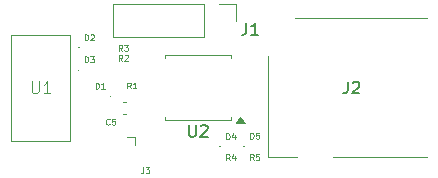
<source format=gbr>
%TF.GenerationSoftware,KiCad,Pcbnew,9.0.6*%
%TF.CreationDate,2025-12-12T19:26:19-08:00*%
%TF.ProjectId,iambic-controller-board,69616d62-6963-42d6-936f-6e74726f6c6c,1.0*%
%TF.SameCoordinates,Original*%
%TF.FileFunction,Legend,Top*%
%TF.FilePolarity,Positive*%
%FSLAX46Y46*%
G04 Gerber Fmt 4.6, Leading zero omitted, Abs format (unit mm)*
G04 Created by KiCad (PCBNEW 9.0.6) date 2025-12-12 19:26:19*
%MOMM*%
%LPD*%
G01*
G04 APERTURE LIST*
%ADD10C,0.100000*%
%ADD11C,0.150000*%
%ADD12C,0.120000*%
G04 APERTURE END LIST*
D10*
X148316666Y-103078490D02*
X148292857Y-103102300D01*
X148292857Y-103102300D02*
X148221428Y-103126109D01*
X148221428Y-103126109D02*
X148173809Y-103126109D01*
X148173809Y-103126109D02*
X148102381Y-103102300D01*
X148102381Y-103102300D02*
X148054762Y-103054680D01*
X148054762Y-103054680D02*
X148030952Y-103007061D01*
X148030952Y-103007061D02*
X148007143Y-102911823D01*
X148007143Y-102911823D02*
X148007143Y-102840395D01*
X148007143Y-102840395D02*
X148030952Y-102745157D01*
X148030952Y-102745157D02*
X148054762Y-102697538D01*
X148054762Y-102697538D02*
X148102381Y-102649919D01*
X148102381Y-102649919D02*
X148173809Y-102626109D01*
X148173809Y-102626109D02*
X148221428Y-102626109D01*
X148221428Y-102626109D02*
X148292857Y-102649919D01*
X148292857Y-102649919D02*
X148316666Y-102673728D01*
X148769047Y-102626109D02*
X148530952Y-102626109D01*
X148530952Y-102626109D02*
X148507143Y-102864204D01*
X148507143Y-102864204D02*
X148530952Y-102840395D01*
X148530952Y-102840395D02*
X148578571Y-102816585D01*
X148578571Y-102816585D02*
X148697619Y-102816585D01*
X148697619Y-102816585D02*
X148745238Y-102840395D01*
X148745238Y-102840395D02*
X148769047Y-102864204D01*
X148769047Y-102864204D02*
X148792857Y-102911823D01*
X148792857Y-102911823D02*
X148792857Y-103030871D01*
X148792857Y-103030871D02*
X148769047Y-103078490D01*
X148769047Y-103078490D02*
X148745238Y-103102300D01*
X148745238Y-103102300D02*
X148697619Y-103126109D01*
X148697619Y-103126109D02*
X148578571Y-103126109D01*
X148578571Y-103126109D02*
X148530952Y-103102300D01*
X148530952Y-103102300D02*
X148507143Y-103078490D01*
D11*
X155038095Y-103154819D02*
X155038095Y-103964342D01*
X155038095Y-103964342D02*
X155085714Y-104059580D01*
X155085714Y-104059580D02*
X155133333Y-104107200D01*
X155133333Y-104107200D02*
X155228571Y-104154819D01*
X155228571Y-104154819D02*
X155419047Y-104154819D01*
X155419047Y-104154819D02*
X155514285Y-104107200D01*
X155514285Y-104107200D02*
X155561904Y-104059580D01*
X155561904Y-104059580D02*
X155609523Y-103964342D01*
X155609523Y-103964342D02*
X155609523Y-103154819D01*
X156038095Y-103250057D02*
X156085714Y-103202438D01*
X156085714Y-103202438D02*
X156180952Y-103154819D01*
X156180952Y-103154819D02*
X156419047Y-103154819D01*
X156419047Y-103154819D02*
X156514285Y-103202438D01*
X156514285Y-103202438D02*
X156561904Y-103250057D01*
X156561904Y-103250057D02*
X156609523Y-103345295D01*
X156609523Y-103345295D02*
X156609523Y-103440533D01*
X156609523Y-103440533D02*
X156561904Y-103583390D01*
X156561904Y-103583390D02*
X155990476Y-104154819D01*
X155990476Y-104154819D02*
X156609523Y-104154819D01*
D10*
X158205952Y-104376109D02*
X158205952Y-103876109D01*
X158205952Y-103876109D02*
X158325000Y-103876109D01*
X158325000Y-103876109D02*
X158396428Y-103899919D01*
X158396428Y-103899919D02*
X158444047Y-103947538D01*
X158444047Y-103947538D02*
X158467857Y-103995157D01*
X158467857Y-103995157D02*
X158491666Y-104090395D01*
X158491666Y-104090395D02*
X158491666Y-104161823D01*
X158491666Y-104161823D02*
X158467857Y-104257061D01*
X158467857Y-104257061D02*
X158444047Y-104304680D01*
X158444047Y-104304680D02*
X158396428Y-104352300D01*
X158396428Y-104352300D02*
X158325000Y-104376109D01*
X158325000Y-104376109D02*
X158205952Y-104376109D01*
X158920238Y-104042776D02*
X158920238Y-104376109D01*
X158801190Y-103852300D02*
X158682143Y-104209442D01*
X158682143Y-104209442D02*
X158991666Y-104209442D01*
X158491666Y-106151109D02*
X158325000Y-105913014D01*
X158205952Y-106151109D02*
X158205952Y-105651109D01*
X158205952Y-105651109D02*
X158396428Y-105651109D01*
X158396428Y-105651109D02*
X158444047Y-105674919D01*
X158444047Y-105674919D02*
X158467857Y-105698728D01*
X158467857Y-105698728D02*
X158491666Y-105746347D01*
X158491666Y-105746347D02*
X158491666Y-105817776D01*
X158491666Y-105817776D02*
X158467857Y-105865395D01*
X158467857Y-105865395D02*
X158444047Y-105889204D01*
X158444047Y-105889204D02*
X158396428Y-105913014D01*
X158396428Y-105913014D02*
X158205952Y-105913014D01*
X158920238Y-105817776D02*
X158920238Y-106151109D01*
X158801190Y-105627300D02*
X158682143Y-105984442D01*
X158682143Y-105984442D02*
X158991666Y-105984442D01*
X149391666Y-96876109D02*
X149225000Y-96638014D01*
X149105952Y-96876109D02*
X149105952Y-96376109D01*
X149105952Y-96376109D02*
X149296428Y-96376109D01*
X149296428Y-96376109D02*
X149344047Y-96399919D01*
X149344047Y-96399919D02*
X149367857Y-96423728D01*
X149367857Y-96423728D02*
X149391666Y-96471347D01*
X149391666Y-96471347D02*
X149391666Y-96542776D01*
X149391666Y-96542776D02*
X149367857Y-96590395D01*
X149367857Y-96590395D02*
X149344047Y-96614204D01*
X149344047Y-96614204D02*
X149296428Y-96638014D01*
X149296428Y-96638014D02*
X149105952Y-96638014D01*
X149558333Y-96376109D02*
X149867857Y-96376109D01*
X149867857Y-96376109D02*
X149701190Y-96566585D01*
X149701190Y-96566585D02*
X149772619Y-96566585D01*
X149772619Y-96566585D02*
X149820238Y-96590395D01*
X149820238Y-96590395D02*
X149844047Y-96614204D01*
X149844047Y-96614204D02*
X149867857Y-96661823D01*
X149867857Y-96661823D02*
X149867857Y-96780871D01*
X149867857Y-96780871D02*
X149844047Y-96828490D01*
X149844047Y-96828490D02*
X149820238Y-96852300D01*
X149820238Y-96852300D02*
X149772619Y-96876109D01*
X149772619Y-96876109D02*
X149629762Y-96876109D01*
X149629762Y-96876109D02*
X149582143Y-96852300D01*
X149582143Y-96852300D02*
X149558333Y-96828490D01*
X146230952Y-97851109D02*
X146230952Y-97351109D01*
X146230952Y-97351109D02*
X146350000Y-97351109D01*
X146350000Y-97351109D02*
X146421428Y-97374919D01*
X146421428Y-97374919D02*
X146469047Y-97422538D01*
X146469047Y-97422538D02*
X146492857Y-97470157D01*
X146492857Y-97470157D02*
X146516666Y-97565395D01*
X146516666Y-97565395D02*
X146516666Y-97636823D01*
X146516666Y-97636823D02*
X146492857Y-97732061D01*
X146492857Y-97732061D02*
X146469047Y-97779680D01*
X146469047Y-97779680D02*
X146421428Y-97827300D01*
X146421428Y-97827300D02*
X146350000Y-97851109D01*
X146350000Y-97851109D02*
X146230952Y-97851109D01*
X146683333Y-97351109D02*
X146992857Y-97351109D01*
X146992857Y-97351109D02*
X146826190Y-97541585D01*
X146826190Y-97541585D02*
X146897619Y-97541585D01*
X146897619Y-97541585D02*
X146945238Y-97565395D01*
X146945238Y-97565395D02*
X146969047Y-97589204D01*
X146969047Y-97589204D02*
X146992857Y-97636823D01*
X146992857Y-97636823D02*
X146992857Y-97755871D01*
X146992857Y-97755871D02*
X146969047Y-97803490D01*
X146969047Y-97803490D02*
X146945238Y-97827300D01*
X146945238Y-97827300D02*
X146897619Y-97851109D01*
X146897619Y-97851109D02*
X146754762Y-97851109D01*
X146754762Y-97851109D02*
X146707143Y-97827300D01*
X146707143Y-97827300D02*
X146683333Y-97803490D01*
X160230952Y-104326109D02*
X160230952Y-103826109D01*
X160230952Y-103826109D02*
X160350000Y-103826109D01*
X160350000Y-103826109D02*
X160421428Y-103849919D01*
X160421428Y-103849919D02*
X160469047Y-103897538D01*
X160469047Y-103897538D02*
X160492857Y-103945157D01*
X160492857Y-103945157D02*
X160516666Y-104040395D01*
X160516666Y-104040395D02*
X160516666Y-104111823D01*
X160516666Y-104111823D02*
X160492857Y-104207061D01*
X160492857Y-104207061D02*
X160469047Y-104254680D01*
X160469047Y-104254680D02*
X160421428Y-104302300D01*
X160421428Y-104302300D02*
X160350000Y-104326109D01*
X160350000Y-104326109D02*
X160230952Y-104326109D01*
X160969047Y-103826109D02*
X160730952Y-103826109D01*
X160730952Y-103826109D02*
X160707143Y-104064204D01*
X160707143Y-104064204D02*
X160730952Y-104040395D01*
X160730952Y-104040395D02*
X160778571Y-104016585D01*
X160778571Y-104016585D02*
X160897619Y-104016585D01*
X160897619Y-104016585D02*
X160945238Y-104040395D01*
X160945238Y-104040395D02*
X160969047Y-104064204D01*
X160969047Y-104064204D02*
X160992857Y-104111823D01*
X160992857Y-104111823D02*
X160992857Y-104230871D01*
X160992857Y-104230871D02*
X160969047Y-104278490D01*
X160969047Y-104278490D02*
X160945238Y-104302300D01*
X160945238Y-104302300D02*
X160897619Y-104326109D01*
X160897619Y-104326109D02*
X160778571Y-104326109D01*
X160778571Y-104326109D02*
X160730952Y-104302300D01*
X160730952Y-104302300D02*
X160707143Y-104278490D01*
X160516666Y-106133609D02*
X160350000Y-105895514D01*
X160230952Y-106133609D02*
X160230952Y-105633609D01*
X160230952Y-105633609D02*
X160421428Y-105633609D01*
X160421428Y-105633609D02*
X160469047Y-105657419D01*
X160469047Y-105657419D02*
X160492857Y-105681228D01*
X160492857Y-105681228D02*
X160516666Y-105728847D01*
X160516666Y-105728847D02*
X160516666Y-105800276D01*
X160516666Y-105800276D02*
X160492857Y-105847895D01*
X160492857Y-105847895D02*
X160469047Y-105871704D01*
X160469047Y-105871704D02*
X160421428Y-105895514D01*
X160421428Y-105895514D02*
X160230952Y-105895514D01*
X160969047Y-105633609D02*
X160730952Y-105633609D01*
X160730952Y-105633609D02*
X160707143Y-105871704D01*
X160707143Y-105871704D02*
X160730952Y-105847895D01*
X160730952Y-105847895D02*
X160778571Y-105824085D01*
X160778571Y-105824085D02*
X160897619Y-105824085D01*
X160897619Y-105824085D02*
X160945238Y-105847895D01*
X160945238Y-105847895D02*
X160969047Y-105871704D01*
X160969047Y-105871704D02*
X160992857Y-105919323D01*
X160992857Y-105919323D02*
X160992857Y-106038371D01*
X160992857Y-106038371D02*
X160969047Y-106085990D01*
X160969047Y-106085990D02*
X160945238Y-106109800D01*
X160945238Y-106109800D02*
X160897619Y-106133609D01*
X160897619Y-106133609D02*
X160778571Y-106133609D01*
X160778571Y-106133609D02*
X160730952Y-106109800D01*
X160730952Y-106109800D02*
X160707143Y-106085990D01*
X149391666Y-97726109D02*
X149225000Y-97488014D01*
X149105952Y-97726109D02*
X149105952Y-97226109D01*
X149105952Y-97226109D02*
X149296428Y-97226109D01*
X149296428Y-97226109D02*
X149344047Y-97249919D01*
X149344047Y-97249919D02*
X149367857Y-97273728D01*
X149367857Y-97273728D02*
X149391666Y-97321347D01*
X149391666Y-97321347D02*
X149391666Y-97392776D01*
X149391666Y-97392776D02*
X149367857Y-97440395D01*
X149367857Y-97440395D02*
X149344047Y-97464204D01*
X149344047Y-97464204D02*
X149296428Y-97488014D01*
X149296428Y-97488014D02*
X149105952Y-97488014D01*
X149582143Y-97273728D02*
X149605952Y-97249919D01*
X149605952Y-97249919D02*
X149653571Y-97226109D01*
X149653571Y-97226109D02*
X149772619Y-97226109D01*
X149772619Y-97226109D02*
X149820238Y-97249919D01*
X149820238Y-97249919D02*
X149844047Y-97273728D01*
X149844047Y-97273728D02*
X149867857Y-97321347D01*
X149867857Y-97321347D02*
X149867857Y-97368966D01*
X149867857Y-97368966D02*
X149844047Y-97440395D01*
X149844047Y-97440395D02*
X149558333Y-97726109D01*
X149558333Y-97726109D02*
X149867857Y-97726109D01*
X150116666Y-100061109D02*
X149950000Y-99823014D01*
X149830952Y-100061109D02*
X149830952Y-99561109D01*
X149830952Y-99561109D02*
X150021428Y-99561109D01*
X150021428Y-99561109D02*
X150069047Y-99584919D01*
X150069047Y-99584919D02*
X150092857Y-99608728D01*
X150092857Y-99608728D02*
X150116666Y-99656347D01*
X150116666Y-99656347D02*
X150116666Y-99727776D01*
X150116666Y-99727776D02*
X150092857Y-99775395D01*
X150092857Y-99775395D02*
X150069047Y-99799204D01*
X150069047Y-99799204D02*
X150021428Y-99823014D01*
X150021428Y-99823014D02*
X149830952Y-99823014D01*
X150592857Y-100061109D02*
X150307143Y-100061109D01*
X150450000Y-100061109D02*
X150450000Y-99561109D01*
X150450000Y-99561109D02*
X150402381Y-99632538D01*
X150402381Y-99632538D02*
X150354762Y-99680157D01*
X150354762Y-99680157D02*
X150307143Y-99703966D01*
D11*
X168466666Y-99479819D02*
X168466666Y-100194104D01*
X168466666Y-100194104D02*
X168419047Y-100336961D01*
X168419047Y-100336961D02*
X168323809Y-100432200D01*
X168323809Y-100432200D02*
X168180952Y-100479819D01*
X168180952Y-100479819D02*
X168085714Y-100479819D01*
X168895238Y-99575057D02*
X168942857Y-99527438D01*
X168942857Y-99527438D02*
X169038095Y-99479819D01*
X169038095Y-99479819D02*
X169276190Y-99479819D01*
X169276190Y-99479819D02*
X169371428Y-99527438D01*
X169371428Y-99527438D02*
X169419047Y-99575057D01*
X169419047Y-99575057D02*
X169466666Y-99670295D01*
X169466666Y-99670295D02*
X169466666Y-99765533D01*
X169466666Y-99765533D02*
X169419047Y-99908390D01*
X169419047Y-99908390D02*
X168847619Y-100479819D01*
X168847619Y-100479819D02*
X169466666Y-100479819D01*
X159896666Y-94529819D02*
X159896666Y-95244104D01*
X159896666Y-95244104D02*
X159849047Y-95386961D01*
X159849047Y-95386961D02*
X159753809Y-95482200D01*
X159753809Y-95482200D02*
X159610952Y-95529819D01*
X159610952Y-95529819D02*
X159515714Y-95529819D01*
X160896666Y-95529819D02*
X160325238Y-95529819D01*
X160610952Y-95529819D02*
X160610952Y-94529819D01*
X160610952Y-94529819D02*
X160515714Y-94672676D01*
X160515714Y-94672676D02*
X160420476Y-94767914D01*
X160420476Y-94767914D02*
X160325238Y-94815533D01*
D10*
X146230952Y-95976109D02*
X146230952Y-95476109D01*
X146230952Y-95476109D02*
X146350000Y-95476109D01*
X146350000Y-95476109D02*
X146421428Y-95499919D01*
X146421428Y-95499919D02*
X146469047Y-95547538D01*
X146469047Y-95547538D02*
X146492857Y-95595157D01*
X146492857Y-95595157D02*
X146516666Y-95690395D01*
X146516666Y-95690395D02*
X146516666Y-95761823D01*
X146516666Y-95761823D02*
X146492857Y-95857061D01*
X146492857Y-95857061D02*
X146469047Y-95904680D01*
X146469047Y-95904680D02*
X146421428Y-95952300D01*
X146421428Y-95952300D02*
X146350000Y-95976109D01*
X146350000Y-95976109D02*
X146230952Y-95976109D01*
X146707143Y-95523728D02*
X146730952Y-95499919D01*
X146730952Y-95499919D02*
X146778571Y-95476109D01*
X146778571Y-95476109D02*
X146897619Y-95476109D01*
X146897619Y-95476109D02*
X146945238Y-95499919D01*
X146945238Y-95499919D02*
X146969047Y-95523728D01*
X146969047Y-95523728D02*
X146992857Y-95571347D01*
X146992857Y-95571347D02*
X146992857Y-95618966D01*
X146992857Y-95618966D02*
X146969047Y-95690395D01*
X146969047Y-95690395D02*
X146683333Y-95976109D01*
X146683333Y-95976109D02*
X146992857Y-95976109D01*
X147130952Y-100076109D02*
X147130952Y-99576109D01*
X147130952Y-99576109D02*
X147250000Y-99576109D01*
X147250000Y-99576109D02*
X147321428Y-99599919D01*
X147321428Y-99599919D02*
X147369047Y-99647538D01*
X147369047Y-99647538D02*
X147392857Y-99695157D01*
X147392857Y-99695157D02*
X147416666Y-99790395D01*
X147416666Y-99790395D02*
X147416666Y-99861823D01*
X147416666Y-99861823D02*
X147392857Y-99957061D01*
X147392857Y-99957061D02*
X147369047Y-100004680D01*
X147369047Y-100004680D02*
X147321428Y-100052300D01*
X147321428Y-100052300D02*
X147250000Y-100076109D01*
X147250000Y-100076109D02*
X147130952Y-100076109D01*
X147892857Y-100076109D02*
X147607143Y-100076109D01*
X147750000Y-100076109D02*
X147750000Y-99576109D01*
X147750000Y-99576109D02*
X147702381Y-99647538D01*
X147702381Y-99647538D02*
X147654762Y-99695157D01*
X147654762Y-99695157D02*
X147607143Y-99718966D01*
X151188333Y-106736109D02*
X151188333Y-107093252D01*
X151188333Y-107093252D02*
X151164524Y-107164680D01*
X151164524Y-107164680D02*
X151116905Y-107212300D01*
X151116905Y-107212300D02*
X151045476Y-107236109D01*
X151045476Y-107236109D02*
X150997857Y-107236109D01*
X151378809Y-106736109D02*
X151688333Y-106736109D01*
X151688333Y-106736109D02*
X151521666Y-106926585D01*
X151521666Y-106926585D02*
X151593095Y-106926585D01*
X151593095Y-106926585D02*
X151640714Y-106950395D01*
X151640714Y-106950395D02*
X151664523Y-106974204D01*
X151664523Y-106974204D02*
X151688333Y-107021823D01*
X151688333Y-107021823D02*
X151688333Y-107140871D01*
X151688333Y-107140871D02*
X151664523Y-107188490D01*
X151664523Y-107188490D02*
X151640714Y-107212300D01*
X151640714Y-107212300D02*
X151593095Y-107236109D01*
X151593095Y-107236109D02*
X151450238Y-107236109D01*
X151450238Y-107236109D02*
X151402619Y-107212300D01*
X151402619Y-107212300D02*
X151378809Y-107188490D01*
X141738095Y-99457419D02*
X141738095Y-100266942D01*
X141738095Y-100266942D02*
X141785714Y-100362180D01*
X141785714Y-100362180D02*
X141833333Y-100409800D01*
X141833333Y-100409800D02*
X141928571Y-100457419D01*
X141928571Y-100457419D02*
X142119047Y-100457419D01*
X142119047Y-100457419D02*
X142214285Y-100409800D01*
X142214285Y-100409800D02*
X142261904Y-100362180D01*
X142261904Y-100362180D02*
X142309523Y-100266942D01*
X142309523Y-100266942D02*
X142309523Y-99457419D01*
X143309523Y-100457419D02*
X142738095Y-100457419D01*
X143023809Y-100457419D02*
X143023809Y-99457419D01*
X143023809Y-99457419D02*
X142928571Y-99600276D01*
X142928571Y-99600276D02*
X142833333Y-99695514D01*
X142833333Y-99695514D02*
X142738095Y-99743133D01*
D12*
%TO.C,C5*%
X149434420Y-102260000D02*
X149715580Y-102260000D01*
X149434420Y-101240000D02*
X149715580Y-101240000D01*
%TO.C,U2*%
X159742500Y-102970000D02*
X159062500Y-102970000D01*
X159402500Y-102500000D01*
X159742500Y-102970000D01*
G36*
X159742500Y-102970000D02*
G01*
X159062500Y-102970000D01*
X159402500Y-102500000D01*
X159742500Y-102970000D01*
G37*
X153052500Y-97240000D02*
X158572500Y-97240000D01*
X153052500Y-97510000D02*
X153052500Y-97240000D01*
X153052500Y-102760000D02*
X153052500Y-102490000D01*
X158572500Y-97240000D02*
X158572500Y-97510000D01*
X158572500Y-102490000D02*
X158572500Y-102760000D01*
X158572500Y-102760000D02*
X153052500Y-102760000D01*
D10*
%TO.C,D4*%
X157750000Y-104985000D02*
G75*
G02*
X157650000Y-104985000I-50000J0D01*
G01*
X157650000Y-104985000D02*
G75*
G02*
X157750000Y-104985000I50000J0D01*
G01*
%TO.C,D3*%
X145750000Y-98510000D02*
G75*
G02*
X145650000Y-98510000I-50000J0D01*
G01*
X145650000Y-98510000D02*
G75*
G02*
X145750000Y-98510000I50000J0D01*
G01*
%TO.C,D5*%
X159750000Y-104985000D02*
G75*
G02*
X159650000Y-104985000I-50000J0D01*
G01*
X159650000Y-104985000D02*
G75*
G02*
X159750000Y-104985000I50000J0D01*
G01*
D12*
%TO.C,J2*%
X161690000Y-105860000D02*
X161690000Y-97300000D01*
X161690000Y-105860000D02*
X164200000Y-105860000D01*
X164000000Y-94140000D02*
X175219200Y-94140000D01*
X167200000Y-105860000D02*
X175219200Y-105860000D01*
%TO.C,J1*%
X158980000Y-92945000D02*
X158980000Y-94325000D01*
X157600000Y-92945000D02*
X158980000Y-92945000D01*
X156330000Y-92945000D02*
X148600000Y-92945000D01*
X156330000Y-92945000D02*
X156330000Y-95705000D01*
X148600000Y-92945000D02*
X148600000Y-95705000D01*
X156330000Y-95705000D02*
X148600000Y-95705000D01*
D10*
%TO.C,D2*%
X145750000Y-96610000D02*
G75*
G02*
X145650000Y-96610000I-50000J0D01*
G01*
X145650000Y-96610000D02*
G75*
G02*
X145750000Y-96610000I50000J0D01*
G01*
%TO.C,D1*%
X148450000Y-100705000D02*
G75*
G02*
X148350000Y-100705000I-50000J0D01*
G01*
X148350000Y-100705000D02*
G75*
G02*
X148450000Y-100705000I50000J0D01*
G01*
D12*
%TO.C,J3*%
X149795000Y-104205000D02*
X150430000Y-104205000D01*
X150430000Y-104205000D02*
X150430000Y-104840000D01*
%TO.C,U1*%
D10*
X139975000Y-95500000D02*
X144975000Y-95500000D01*
X144975000Y-104500000D01*
X139975000Y-104500000D01*
X139975000Y-95500000D01*
%TD*%
M02*

</source>
